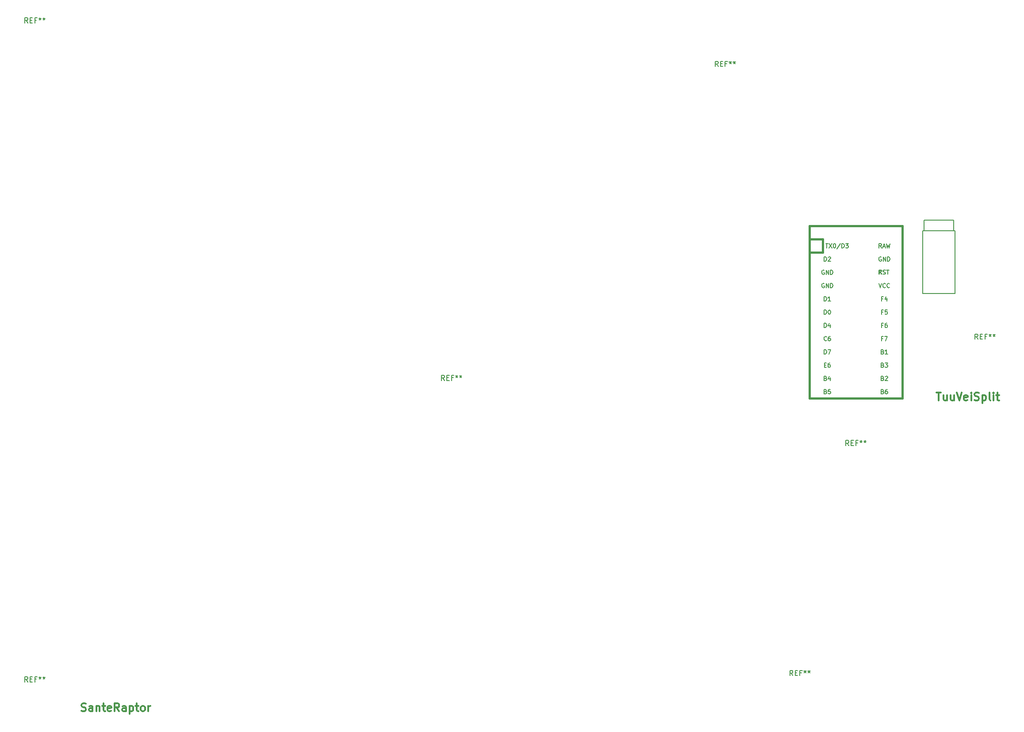
<source format=gbr>
%TF.GenerationSoftware,KiCad,Pcbnew,(5.1.4)-1*%
%TF.CreationDate,2021-04-07T12:38:03+03:00*%
%TF.ProjectId,SplitH,53706c69-7448-42e6-9b69-6361645f7063,rev?*%
%TF.SameCoordinates,Original*%
%TF.FileFunction,Legend,Top*%
%TF.FilePolarity,Positive*%
%FSLAX46Y46*%
G04 Gerber Fmt 4.6, Leading zero omitted, Abs format (unit mm)*
G04 Created by KiCad (PCBNEW (5.1.4)-1) date 2021-04-07 12:38:03*
%MOMM*%
%LPD*%
G04 APERTURE LIST*
%ADD10C,0.300000*%
%ADD11C,0.381000*%
%ADD12C,0.150000*%
G04 APERTURE END LIST*
D10*
X189263320Y-83713301D02*
X190120462Y-83713301D01*
X189691891Y-85213301D02*
X189691891Y-83713301D01*
X191263320Y-84213301D02*
X191263320Y-85213301D01*
X190620462Y-84213301D02*
X190620462Y-84999015D01*
X190691891Y-85141872D01*
X190834748Y-85213301D01*
X191049034Y-85213301D01*
X191191891Y-85141872D01*
X191263320Y-85070444D01*
X192620462Y-84213301D02*
X192620462Y-85213301D01*
X191977605Y-84213301D02*
X191977605Y-84999015D01*
X192049034Y-85141872D01*
X192191891Y-85213301D01*
X192406177Y-85213301D01*
X192549034Y-85141872D01*
X192620462Y-85070444D01*
X193120462Y-83713301D02*
X193620462Y-85213301D01*
X194120462Y-83713301D01*
X195191891Y-85141872D02*
X195049034Y-85213301D01*
X194763320Y-85213301D01*
X194620462Y-85141872D01*
X194549034Y-84999015D01*
X194549034Y-84427587D01*
X194620462Y-84284730D01*
X194763320Y-84213301D01*
X195049034Y-84213301D01*
X195191891Y-84284730D01*
X195263320Y-84427587D01*
X195263320Y-84570444D01*
X194549034Y-84713301D01*
X195906177Y-85213301D02*
X195906177Y-84213301D01*
X195906177Y-83713301D02*
X195834748Y-83784730D01*
X195906177Y-83856158D01*
X195977605Y-83784730D01*
X195906177Y-83713301D01*
X195906177Y-83856158D01*
X196549034Y-85141872D02*
X196763320Y-85213301D01*
X197120462Y-85213301D01*
X197263320Y-85141872D01*
X197334748Y-85070444D01*
X197406177Y-84927587D01*
X197406177Y-84784730D01*
X197334748Y-84641872D01*
X197263320Y-84570444D01*
X197120462Y-84499015D01*
X196834748Y-84427587D01*
X196691891Y-84356158D01*
X196620462Y-84284730D01*
X196549034Y-84141872D01*
X196549034Y-83999015D01*
X196620462Y-83856158D01*
X196691891Y-83784730D01*
X196834748Y-83713301D01*
X197191891Y-83713301D01*
X197406177Y-83784730D01*
X198049034Y-84213301D02*
X198049034Y-85713301D01*
X198049034Y-84284730D02*
X198191891Y-84213301D01*
X198477605Y-84213301D01*
X198620462Y-84284730D01*
X198691891Y-84356158D01*
X198763320Y-84499015D01*
X198763320Y-84927587D01*
X198691891Y-85070444D01*
X198620462Y-85141872D01*
X198477605Y-85213301D01*
X198191891Y-85213301D01*
X198049034Y-85141872D01*
X199620462Y-85213301D02*
X199477605Y-85141872D01*
X199406177Y-84999015D01*
X199406177Y-83713301D01*
X200191891Y-85213301D02*
X200191891Y-84213301D01*
X200191891Y-83713301D02*
X200120462Y-83784730D01*
X200191891Y-83856158D01*
X200263320Y-83784730D01*
X200191891Y-83713301D01*
X200191891Y-83856158D01*
X200691891Y-84213301D02*
X201263320Y-84213301D01*
X200906177Y-83713301D02*
X200906177Y-84999015D01*
X200977605Y-85141872D01*
X201120462Y-85213301D01*
X201263320Y-85213301D01*
X25611295Y-144673372D02*
X25825581Y-144744801D01*
X26182724Y-144744801D01*
X26325581Y-144673372D01*
X26397010Y-144601944D01*
X26468438Y-144459087D01*
X26468438Y-144316230D01*
X26397010Y-144173372D01*
X26325581Y-144101944D01*
X26182724Y-144030515D01*
X25897010Y-143959087D01*
X25754152Y-143887658D01*
X25682724Y-143816230D01*
X25611295Y-143673372D01*
X25611295Y-143530515D01*
X25682724Y-143387658D01*
X25754152Y-143316230D01*
X25897010Y-143244801D01*
X26254152Y-143244801D01*
X26468438Y-143316230D01*
X27754152Y-144744801D02*
X27754152Y-143959087D01*
X27682724Y-143816230D01*
X27539867Y-143744801D01*
X27254152Y-143744801D01*
X27111295Y-143816230D01*
X27754152Y-144673372D02*
X27611295Y-144744801D01*
X27254152Y-144744801D01*
X27111295Y-144673372D01*
X27039867Y-144530515D01*
X27039867Y-144387658D01*
X27111295Y-144244801D01*
X27254152Y-144173372D01*
X27611295Y-144173372D01*
X27754152Y-144101944D01*
X28468438Y-143744801D02*
X28468438Y-144744801D01*
X28468438Y-143887658D02*
X28539867Y-143816230D01*
X28682724Y-143744801D01*
X28897010Y-143744801D01*
X29039867Y-143816230D01*
X29111295Y-143959087D01*
X29111295Y-144744801D01*
X29611295Y-143744801D02*
X30182724Y-143744801D01*
X29825581Y-143244801D02*
X29825581Y-144530515D01*
X29897010Y-144673372D01*
X30039867Y-144744801D01*
X30182724Y-144744801D01*
X31254152Y-144673372D02*
X31111295Y-144744801D01*
X30825581Y-144744801D01*
X30682724Y-144673372D01*
X30611295Y-144530515D01*
X30611295Y-143959087D01*
X30682724Y-143816230D01*
X30825581Y-143744801D01*
X31111295Y-143744801D01*
X31254152Y-143816230D01*
X31325581Y-143959087D01*
X31325581Y-144101944D01*
X30611295Y-144244801D01*
X32825581Y-144744801D02*
X32325581Y-144030515D01*
X31968438Y-144744801D02*
X31968438Y-143244801D01*
X32539867Y-143244801D01*
X32682724Y-143316230D01*
X32754152Y-143387658D01*
X32825581Y-143530515D01*
X32825581Y-143744801D01*
X32754152Y-143887658D01*
X32682724Y-143959087D01*
X32539867Y-144030515D01*
X31968438Y-144030515D01*
X34111295Y-144744801D02*
X34111295Y-143959087D01*
X34039867Y-143816230D01*
X33897010Y-143744801D01*
X33611295Y-143744801D01*
X33468438Y-143816230D01*
X34111295Y-144673372D02*
X33968438Y-144744801D01*
X33611295Y-144744801D01*
X33468438Y-144673372D01*
X33397010Y-144530515D01*
X33397010Y-144387658D01*
X33468438Y-144244801D01*
X33611295Y-144173372D01*
X33968438Y-144173372D01*
X34111295Y-144101944D01*
X34825581Y-143744801D02*
X34825581Y-145244801D01*
X34825581Y-143816230D02*
X34968438Y-143744801D01*
X35254152Y-143744801D01*
X35397010Y-143816230D01*
X35468438Y-143887658D01*
X35539867Y-144030515D01*
X35539867Y-144459087D01*
X35468438Y-144601944D01*
X35397010Y-144673372D01*
X35254152Y-144744801D01*
X34968438Y-144744801D01*
X34825581Y-144673372D01*
X35968438Y-143744801D02*
X36539867Y-143744801D01*
X36182724Y-143244801D02*
X36182724Y-144530515D01*
X36254152Y-144673372D01*
X36397010Y-144744801D01*
X36539867Y-144744801D01*
X37254152Y-144744801D02*
X37111295Y-144673372D01*
X37039867Y-144601944D01*
X36968438Y-144459087D01*
X36968438Y-144030515D01*
X37039867Y-143887658D01*
X37111295Y-143816230D01*
X37254152Y-143744801D01*
X37468438Y-143744801D01*
X37611295Y-143816230D01*
X37682724Y-143887658D01*
X37754152Y-144030515D01*
X37754152Y-144459087D01*
X37682724Y-144601944D01*
X37611295Y-144673372D01*
X37468438Y-144744801D01*
X37254152Y-144744801D01*
X38397010Y-144744801D02*
X38397010Y-143744801D01*
X38397010Y-144030515D02*
X38468438Y-143887658D01*
X38539867Y-143816230D01*
X38682724Y-143744801D01*
X38825581Y-143744801D01*
D11*
%TO.C,J1*%
X167481980Y-54356000D02*
X164941980Y-54356000D01*
X164941980Y-51816000D02*
X164941980Y-54356000D01*
X182721980Y-51816000D02*
X164941980Y-51816000D01*
X182721980Y-54356000D02*
X182721980Y-51816000D01*
D12*
G36*
X178763548Y-60835360D02*
G01*
X178763548Y-61035360D01*
X178663548Y-61035360D01*
X178663548Y-60835360D01*
X178763548Y-60835360D01*
G37*
X178763548Y-60835360D02*
X178763548Y-61035360D01*
X178663548Y-61035360D01*
X178663548Y-60835360D01*
X178763548Y-60835360D01*
G36*
X178363548Y-60235360D02*
G01*
X178363548Y-61035360D01*
X178263548Y-61035360D01*
X178263548Y-60235360D01*
X178363548Y-60235360D01*
G37*
X178363548Y-60235360D02*
X178363548Y-61035360D01*
X178263548Y-61035360D01*
X178263548Y-60235360D01*
X178363548Y-60235360D01*
G36*
X178763548Y-60235360D02*
G01*
X178763548Y-60335360D01*
X178263548Y-60335360D01*
X178263548Y-60235360D01*
X178763548Y-60235360D01*
G37*
X178763548Y-60235360D02*
X178763548Y-60335360D01*
X178263548Y-60335360D01*
X178263548Y-60235360D01*
X178763548Y-60235360D01*
G36*
X178563548Y-60635360D02*
G01*
X178563548Y-60735360D01*
X178463548Y-60735360D01*
X178463548Y-60635360D01*
X178563548Y-60635360D01*
G37*
X178563548Y-60635360D02*
X178563548Y-60735360D01*
X178463548Y-60735360D01*
X178463548Y-60635360D01*
X178563548Y-60635360D01*
G36*
X178763548Y-60235360D02*
G01*
X178763548Y-60535360D01*
X178663548Y-60535360D01*
X178663548Y-60235360D01*
X178763548Y-60235360D01*
G37*
X178763548Y-60235360D02*
X178763548Y-60535360D01*
X178663548Y-60535360D01*
X178663548Y-60235360D01*
X178763548Y-60235360D01*
D11*
X167481980Y-56896000D02*
X164941980Y-56896000D01*
X167481980Y-54356000D02*
X167481980Y-56896000D01*
X182721980Y-84836000D02*
X182721980Y-54356000D01*
X164941980Y-84836000D02*
X182721980Y-84836000D01*
X164941980Y-54356000D02*
X164941980Y-84836000D01*
D12*
%TO.C,J2*%
X192774000Y-52680000D02*
X186674000Y-52680000D01*
X192774000Y-64780000D02*
X186674000Y-64780000D01*
X192774000Y-52680000D02*
X192774000Y-64780000D01*
X186674000Y-52680000D02*
X186674000Y-64780000D01*
X192524000Y-52680000D02*
X192524000Y-50680000D01*
X186924000Y-52680000D02*
X186924000Y-50680000D01*
X192524000Y-50680000D02*
X186924000Y-50680000D01*
%TO.C,J1*%
X168069631Y-55187904D02*
X168526774Y-55187904D01*
X168298203Y-55987904D02*
X168298203Y-55187904D01*
X168717250Y-55187904D02*
X169250584Y-55987904D01*
X169250584Y-55187904D02*
X168717250Y-55987904D01*
X169707727Y-55187904D02*
X169783917Y-55187904D01*
X169860108Y-55226000D01*
X169898203Y-55264095D01*
X169936298Y-55340285D01*
X169974393Y-55492666D01*
X169974393Y-55683142D01*
X169936298Y-55835523D01*
X169898203Y-55911714D01*
X169860108Y-55949809D01*
X169783917Y-55987904D01*
X169707727Y-55987904D01*
X169631536Y-55949809D01*
X169593441Y-55911714D01*
X169555346Y-55835523D01*
X169517250Y-55683142D01*
X169517250Y-55492666D01*
X169555346Y-55340285D01*
X169593441Y-55264095D01*
X169631536Y-55226000D01*
X169707727Y-55187904D01*
X170888679Y-55149809D02*
X170202965Y-56178380D01*
X171155346Y-55987904D02*
X171155346Y-55187904D01*
X171345822Y-55187904D01*
X171460108Y-55226000D01*
X171536298Y-55302190D01*
X171574393Y-55378380D01*
X171612488Y-55530761D01*
X171612488Y-55645047D01*
X171574393Y-55797428D01*
X171536298Y-55873619D01*
X171460108Y-55949809D01*
X171345822Y-55987904D01*
X171155346Y-55987904D01*
X171879155Y-55187904D02*
X172374393Y-55187904D01*
X172107727Y-55492666D01*
X172222012Y-55492666D01*
X172298203Y-55530761D01*
X172336298Y-55568857D01*
X172374393Y-55645047D01*
X172374393Y-55835523D01*
X172336298Y-55911714D01*
X172298203Y-55949809D01*
X172222012Y-55987904D01*
X171993441Y-55987904D01*
X171917250Y-55949809D01*
X171879155Y-55911714D01*
X167780503Y-58527904D02*
X167780503Y-57727904D01*
X167970980Y-57727904D01*
X168085265Y-57766000D01*
X168161456Y-57842190D01*
X168199551Y-57918380D01*
X168237646Y-58070761D01*
X168237646Y-58185047D01*
X168199551Y-58337428D01*
X168161456Y-58413619D01*
X168085265Y-58489809D01*
X167970980Y-58527904D01*
X167780503Y-58527904D01*
X168542408Y-57804095D02*
X168580503Y-57766000D01*
X168656694Y-57727904D01*
X168847170Y-57727904D01*
X168923360Y-57766000D01*
X168961456Y-57804095D01*
X168999551Y-57880285D01*
X168999551Y-57956476D01*
X168961456Y-58070761D01*
X168504313Y-58527904D01*
X168999551Y-58527904D01*
X167780503Y-68687904D02*
X167780503Y-67887904D01*
X167970980Y-67887904D01*
X168085265Y-67926000D01*
X168161456Y-68002190D01*
X168199551Y-68078380D01*
X168237646Y-68230761D01*
X168237646Y-68345047D01*
X168199551Y-68497428D01*
X168161456Y-68573619D01*
X168085265Y-68649809D01*
X167970980Y-68687904D01*
X167780503Y-68687904D01*
X168732884Y-67887904D02*
X168809075Y-67887904D01*
X168885265Y-67926000D01*
X168923360Y-67964095D01*
X168961456Y-68040285D01*
X168999551Y-68192666D01*
X168999551Y-68383142D01*
X168961456Y-68535523D01*
X168923360Y-68611714D01*
X168885265Y-68649809D01*
X168809075Y-68687904D01*
X168732884Y-68687904D01*
X168656694Y-68649809D01*
X168618599Y-68611714D01*
X168580503Y-68535523D01*
X168542408Y-68383142D01*
X168542408Y-68192666D01*
X168580503Y-68040285D01*
X168618599Y-67964095D01*
X168656694Y-67926000D01*
X168732884Y-67887904D01*
X167780503Y-66147904D02*
X167780503Y-65347904D01*
X167970980Y-65347904D01*
X168085265Y-65386000D01*
X168161456Y-65462190D01*
X168199551Y-65538380D01*
X168237646Y-65690761D01*
X168237646Y-65805047D01*
X168199551Y-65957428D01*
X168161456Y-66033619D01*
X168085265Y-66109809D01*
X167970980Y-66147904D01*
X167780503Y-66147904D01*
X168999551Y-66147904D02*
X168542408Y-66147904D01*
X168770980Y-66147904D02*
X168770980Y-65347904D01*
X168694789Y-65462190D01*
X168618599Y-65538380D01*
X168542408Y-65576476D01*
X167761456Y-62846000D02*
X167685265Y-62807904D01*
X167570980Y-62807904D01*
X167456694Y-62846000D01*
X167380503Y-62922190D01*
X167342408Y-62998380D01*
X167304313Y-63150761D01*
X167304313Y-63265047D01*
X167342408Y-63417428D01*
X167380503Y-63493619D01*
X167456694Y-63569809D01*
X167570980Y-63607904D01*
X167647170Y-63607904D01*
X167761456Y-63569809D01*
X167799551Y-63531714D01*
X167799551Y-63265047D01*
X167647170Y-63265047D01*
X168142408Y-63607904D02*
X168142408Y-62807904D01*
X168599551Y-63607904D01*
X168599551Y-62807904D01*
X168980503Y-63607904D02*
X168980503Y-62807904D01*
X169170980Y-62807904D01*
X169285265Y-62846000D01*
X169361456Y-62922190D01*
X169399551Y-62998380D01*
X169437646Y-63150761D01*
X169437646Y-63265047D01*
X169399551Y-63417428D01*
X169361456Y-63493619D01*
X169285265Y-63569809D01*
X169170980Y-63607904D01*
X168980503Y-63607904D01*
X167761456Y-60306000D02*
X167685265Y-60267904D01*
X167570980Y-60267904D01*
X167456694Y-60306000D01*
X167380503Y-60382190D01*
X167342408Y-60458380D01*
X167304313Y-60610761D01*
X167304313Y-60725047D01*
X167342408Y-60877428D01*
X167380503Y-60953619D01*
X167456694Y-61029809D01*
X167570980Y-61067904D01*
X167647170Y-61067904D01*
X167761456Y-61029809D01*
X167799551Y-60991714D01*
X167799551Y-60725047D01*
X167647170Y-60725047D01*
X168142408Y-61067904D02*
X168142408Y-60267904D01*
X168599551Y-61067904D01*
X168599551Y-60267904D01*
X168980503Y-61067904D02*
X168980503Y-60267904D01*
X169170980Y-60267904D01*
X169285265Y-60306000D01*
X169361456Y-60382190D01*
X169399551Y-60458380D01*
X169437646Y-60610761D01*
X169437646Y-60725047D01*
X169399551Y-60877428D01*
X169361456Y-60953619D01*
X169285265Y-61029809D01*
X169170980Y-61067904D01*
X168980503Y-61067904D01*
X167780503Y-71227904D02*
X167780503Y-70427904D01*
X167970980Y-70427904D01*
X168085265Y-70466000D01*
X168161456Y-70542190D01*
X168199551Y-70618380D01*
X168237646Y-70770761D01*
X168237646Y-70885047D01*
X168199551Y-71037428D01*
X168161456Y-71113619D01*
X168085265Y-71189809D01*
X167970980Y-71227904D01*
X167780503Y-71227904D01*
X168923360Y-70694571D02*
X168923360Y-71227904D01*
X168732884Y-70389809D02*
X168542408Y-70961238D01*
X169037646Y-70961238D01*
X168237646Y-73691714D02*
X168199551Y-73729809D01*
X168085265Y-73767904D01*
X168009075Y-73767904D01*
X167894789Y-73729809D01*
X167818599Y-73653619D01*
X167780503Y-73577428D01*
X167742408Y-73425047D01*
X167742408Y-73310761D01*
X167780503Y-73158380D01*
X167818599Y-73082190D01*
X167894789Y-73006000D01*
X168009075Y-72967904D01*
X168085265Y-72967904D01*
X168199551Y-73006000D01*
X168237646Y-73044095D01*
X168923360Y-72967904D02*
X168770980Y-72967904D01*
X168694789Y-73006000D01*
X168656694Y-73044095D01*
X168580503Y-73158380D01*
X168542408Y-73310761D01*
X168542408Y-73615523D01*
X168580503Y-73691714D01*
X168618599Y-73729809D01*
X168694789Y-73767904D01*
X168847170Y-73767904D01*
X168923360Y-73729809D01*
X168961456Y-73691714D01*
X168999551Y-73615523D01*
X168999551Y-73425047D01*
X168961456Y-73348857D01*
X168923360Y-73310761D01*
X168847170Y-73272666D01*
X168694789Y-73272666D01*
X168618599Y-73310761D01*
X168580503Y-73348857D01*
X168542408Y-73425047D01*
X167780503Y-76307904D02*
X167780503Y-75507904D01*
X167970980Y-75507904D01*
X168085265Y-75546000D01*
X168161456Y-75622190D01*
X168199551Y-75698380D01*
X168237646Y-75850761D01*
X168237646Y-75965047D01*
X168199551Y-76117428D01*
X168161456Y-76193619D01*
X168085265Y-76269809D01*
X167970980Y-76307904D01*
X167780503Y-76307904D01*
X168504313Y-75507904D02*
X169037646Y-75507904D01*
X168694789Y-76307904D01*
X167818599Y-78428857D02*
X168085265Y-78428857D01*
X168199551Y-78847904D02*
X167818599Y-78847904D01*
X167818599Y-78047904D01*
X168199551Y-78047904D01*
X168885265Y-78047904D02*
X168732884Y-78047904D01*
X168656694Y-78086000D01*
X168618599Y-78124095D01*
X168542408Y-78238380D01*
X168504313Y-78390761D01*
X168504313Y-78695523D01*
X168542408Y-78771714D01*
X168580503Y-78809809D01*
X168656694Y-78847904D01*
X168809075Y-78847904D01*
X168885265Y-78809809D01*
X168923360Y-78771714D01*
X168961456Y-78695523D01*
X168961456Y-78505047D01*
X168923360Y-78428857D01*
X168885265Y-78390761D01*
X168809075Y-78352666D01*
X168656694Y-78352666D01*
X168580503Y-78390761D01*
X168542408Y-78428857D01*
X168504313Y-78505047D01*
X168047170Y-80968857D02*
X168161456Y-81006952D01*
X168199551Y-81045047D01*
X168237646Y-81121238D01*
X168237646Y-81235523D01*
X168199551Y-81311714D01*
X168161456Y-81349809D01*
X168085265Y-81387904D01*
X167780503Y-81387904D01*
X167780503Y-80587904D01*
X168047170Y-80587904D01*
X168123360Y-80626000D01*
X168161456Y-80664095D01*
X168199551Y-80740285D01*
X168199551Y-80816476D01*
X168161456Y-80892666D01*
X168123360Y-80930761D01*
X168047170Y-80968857D01*
X167780503Y-80968857D01*
X168923360Y-80854571D02*
X168923360Y-81387904D01*
X168732884Y-80549809D02*
X168542408Y-81121238D01*
X169037646Y-81121238D01*
X168047170Y-83508857D02*
X168161456Y-83546952D01*
X168199551Y-83585047D01*
X168237646Y-83661238D01*
X168237646Y-83775523D01*
X168199551Y-83851714D01*
X168161456Y-83889809D01*
X168085265Y-83927904D01*
X167780503Y-83927904D01*
X167780503Y-83127904D01*
X168047170Y-83127904D01*
X168123360Y-83166000D01*
X168161456Y-83204095D01*
X168199551Y-83280285D01*
X168199551Y-83356476D01*
X168161456Y-83432666D01*
X168123360Y-83470761D01*
X168047170Y-83508857D01*
X167780503Y-83508857D01*
X168961456Y-83127904D02*
X168580503Y-83127904D01*
X168542408Y-83508857D01*
X168580503Y-83470761D01*
X168656694Y-83432666D01*
X168847170Y-83432666D01*
X168923360Y-83470761D01*
X168961456Y-83508857D01*
X168999551Y-83585047D01*
X168999551Y-83775523D01*
X168961456Y-83851714D01*
X168923360Y-83889809D01*
X168847170Y-83927904D01*
X168656694Y-83927904D01*
X168580503Y-83889809D01*
X168542408Y-83851714D01*
X178969170Y-83508857D02*
X179083456Y-83546952D01*
X179121551Y-83585047D01*
X179159646Y-83661238D01*
X179159646Y-83775523D01*
X179121551Y-83851714D01*
X179083456Y-83889809D01*
X179007265Y-83927904D01*
X178702503Y-83927904D01*
X178702503Y-83127904D01*
X178969170Y-83127904D01*
X179045360Y-83166000D01*
X179083456Y-83204095D01*
X179121551Y-83280285D01*
X179121551Y-83356476D01*
X179083456Y-83432666D01*
X179045360Y-83470761D01*
X178969170Y-83508857D01*
X178702503Y-83508857D01*
X179845360Y-83127904D02*
X179692980Y-83127904D01*
X179616789Y-83166000D01*
X179578694Y-83204095D01*
X179502503Y-83318380D01*
X179464408Y-83470761D01*
X179464408Y-83775523D01*
X179502503Y-83851714D01*
X179540599Y-83889809D01*
X179616789Y-83927904D01*
X179769170Y-83927904D01*
X179845360Y-83889809D01*
X179883456Y-83851714D01*
X179921551Y-83775523D01*
X179921551Y-83585047D01*
X179883456Y-83508857D01*
X179845360Y-83470761D01*
X179769170Y-83432666D01*
X179616789Y-83432666D01*
X179540599Y-83470761D01*
X179502503Y-83508857D01*
X179464408Y-83585047D01*
X178969170Y-78428857D02*
X179083456Y-78466952D01*
X179121551Y-78505047D01*
X179159646Y-78581238D01*
X179159646Y-78695523D01*
X179121551Y-78771714D01*
X179083456Y-78809809D01*
X179007265Y-78847904D01*
X178702503Y-78847904D01*
X178702503Y-78047904D01*
X178969170Y-78047904D01*
X179045360Y-78086000D01*
X179083456Y-78124095D01*
X179121551Y-78200285D01*
X179121551Y-78276476D01*
X179083456Y-78352666D01*
X179045360Y-78390761D01*
X178969170Y-78428857D01*
X178702503Y-78428857D01*
X179426313Y-78047904D02*
X179921551Y-78047904D01*
X179654884Y-78352666D01*
X179769170Y-78352666D01*
X179845360Y-78390761D01*
X179883456Y-78428857D01*
X179921551Y-78505047D01*
X179921551Y-78695523D01*
X179883456Y-78771714D01*
X179845360Y-78809809D01*
X179769170Y-78847904D01*
X179540599Y-78847904D01*
X179464408Y-78809809D01*
X179426313Y-78771714D01*
X178969170Y-75888857D02*
X179083456Y-75926952D01*
X179121551Y-75965047D01*
X179159646Y-76041238D01*
X179159646Y-76155523D01*
X179121551Y-76231714D01*
X179083456Y-76269809D01*
X179007265Y-76307904D01*
X178702503Y-76307904D01*
X178702503Y-75507904D01*
X178969170Y-75507904D01*
X179045360Y-75546000D01*
X179083456Y-75584095D01*
X179121551Y-75660285D01*
X179121551Y-75736476D01*
X179083456Y-75812666D01*
X179045360Y-75850761D01*
X178969170Y-75888857D01*
X178702503Y-75888857D01*
X179921551Y-76307904D02*
X179464408Y-76307904D01*
X179692980Y-76307904D02*
X179692980Y-75507904D01*
X179616789Y-75622190D01*
X179540599Y-75698380D01*
X179464408Y-75736476D01*
X179026313Y-65728857D02*
X178759646Y-65728857D01*
X178759646Y-66147904D02*
X178759646Y-65347904D01*
X179140599Y-65347904D01*
X179788218Y-65614571D02*
X179788218Y-66147904D01*
X179597741Y-65309809D02*
X179407265Y-65881238D01*
X179902503Y-65881238D01*
X178226313Y-62807904D02*
X178492980Y-63607904D01*
X178759646Y-62807904D01*
X179483456Y-63531714D02*
X179445360Y-63569809D01*
X179331075Y-63607904D01*
X179254884Y-63607904D01*
X179140599Y-63569809D01*
X179064408Y-63493619D01*
X179026313Y-63417428D01*
X178988218Y-63265047D01*
X178988218Y-63150761D01*
X179026313Y-62998380D01*
X179064408Y-62922190D01*
X179140599Y-62846000D01*
X179254884Y-62807904D01*
X179331075Y-62807904D01*
X179445360Y-62846000D01*
X179483456Y-62884095D01*
X180283456Y-63531714D02*
X180245360Y-63569809D01*
X180131075Y-63607904D01*
X180054884Y-63607904D01*
X179940599Y-63569809D01*
X179864408Y-63493619D01*
X179826313Y-63417428D01*
X179788218Y-63265047D01*
X179788218Y-63150761D01*
X179826313Y-62998380D01*
X179864408Y-62922190D01*
X179940599Y-62846000D01*
X180054884Y-62807904D01*
X180131075Y-62807904D01*
X180245360Y-62846000D01*
X180283456Y-62884095D01*
X179031766Y-60999809D02*
X179146052Y-61037904D01*
X179336528Y-61037904D01*
X179412719Y-60999809D01*
X179450814Y-60961714D01*
X179488909Y-60885523D01*
X179488909Y-60809333D01*
X179450814Y-60733142D01*
X179412719Y-60695047D01*
X179336528Y-60656952D01*
X179184147Y-60618857D01*
X179107957Y-60580761D01*
X179069861Y-60542666D01*
X179031766Y-60466476D01*
X179031766Y-60390285D01*
X179069861Y-60314095D01*
X179107957Y-60276000D01*
X179184147Y-60237904D01*
X179374623Y-60237904D01*
X179488909Y-60276000D01*
X179717480Y-60237904D02*
X180174623Y-60237904D01*
X179946052Y-61037904D02*
X179946052Y-60237904D01*
X178683456Y-57766000D02*
X178607265Y-57727904D01*
X178492980Y-57727904D01*
X178378694Y-57766000D01*
X178302503Y-57842190D01*
X178264408Y-57918380D01*
X178226313Y-58070761D01*
X178226313Y-58185047D01*
X178264408Y-58337428D01*
X178302503Y-58413619D01*
X178378694Y-58489809D01*
X178492980Y-58527904D01*
X178569170Y-58527904D01*
X178683456Y-58489809D01*
X178721551Y-58451714D01*
X178721551Y-58185047D01*
X178569170Y-58185047D01*
X179064408Y-58527904D02*
X179064408Y-57727904D01*
X179521551Y-58527904D01*
X179521551Y-57727904D01*
X179902503Y-58527904D02*
X179902503Y-57727904D01*
X180092980Y-57727904D01*
X180207265Y-57766000D01*
X180283456Y-57842190D01*
X180321551Y-57918380D01*
X180359646Y-58070761D01*
X180359646Y-58185047D01*
X180321551Y-58337428D01*
X180283456Y-58413619D01*
X180207265Y-58489809D01*
X180092980Y-58527904D01*
X179902503Y-58527904D01*
X178740599Y-55987904D02*
X178473932Y-55606952D01*
X178283456Y-55987904D02*
X178283456Y-55187904D01*
X178588218Y-55187904D01*
X178664408Y-55226000D01*
X178702503Y-55264095D01*
X178740599Y-55340285D01*
X178740599Y-55454571D01*
X178702503Y-55530761D01*
X178664408Y-55568857D01*
X178588218Y-55606952D01*
X178283456Y-55606952D01*
X179045360Y-55759333D02*
X179426313Y-55759333D01*
X178969170Y-55987904D02*
X179235837Y-55187904D01*
X179502503Y-55987904D01*
X179692980Y-55187904D02*
X179883456Y-55987904D01*
X180035837Y-55416476D01*
X180188218Y-55987904D01*
X180378694Y-55187904D01*
X179026313Y-68268857D02*
X178759646Y-68268857D01*
X178759646Y-68687904D02*
X178759646Y-67887904D01*
X179140599Y-67887904D01*
X179826313Y-67887904D02*
X179445360Y-67887904D01*
X179407265Y-68268857D01*
X179445360Y-68230761D01*
X179521551Y-68192666D01*
X179712027Y-68192666D01*
X179788218Y-68230761D01*
X179826313Y-68268857D01*
X179864408Y-68345047D01*
X179864408Y-68535523D01*
X179826313Y-68611714D01*
X179788218Y-68649809D01*
X179712027Y-68687904D01*
X179521551Y-68687904D01*
X179445360Y-68649809D01*
X179407265Y-68611714D01*
X179026313Y-70808857D02*
X178759646Y-70808857D01*
X178759646Y-71227904D02*
X178759646Y-70427904D01*
X179140599Y-70427904D01*
X179788218Y-70427904D02*
X179635837Y-70427904D01*
X179559646Y-70466000D01*
X179521551Y-70504095D01*
X179445360Y-70618380D01*
X179407265Y-70770761D01*
X179407265Y-71075523D01*
X179445360Y-71151714D01*
X179483456Y-71189809D01*
X179559646Y-71227904D01*
X179712027Y-71227904D01*
X179788218Y-71189809D01*
X179826313Y-71151714D01*
X179864408Y-71075523D01*
X179864408Y-70885047D01*
X179826313Y-70808857D01*
X179788218Y-70770761D01*
X179712027Y-70732666D01*
X179559646Y-70732666D01*
X179483456Y-70770761D01*
X179445360Y-70808857D01*
X179407265Y-70885047D01*
X179026313Y-73348857D02*
X178759646Y-73348857D01*
X178759646Y-73767904D02*
X178759646Y-72967904D01*
X179140599Y-72967904D01*
X179369170Y-72967904D02*
X179902503Y-72967904D01*
X179559646Y-73767904D01*
X178969170Y-80968857D02*
X179083456Y-81006952D01*
X179121551Y-81045047D01*
X179159646Y-81121238D01*
X179159646Y-81235523D01*
X179121551Y-81311714D01*
X179083456Y-81349809D01*
X179007265Y-81387904D01*
X178702503Y-81387904D01*
X178702503Y-80587904D01*
X178969170Y-80587904D01*
X179045360Y-80626000D01*
X179083456Y-80664095D01*
X179121551Y-80740285D01*
X179121551Y-80816476D01*
X179083456Y-80892666D01*
X179045360Y-80930761D01*
X178969170Y-80968857D01*
X178702503Y-80968857D01*
X179464408Y-80664095D02*
X179502503Y-80626000D01*
X179578694Y-80587904D01*
X179769170Y-80587904D01*
X179845360Y-80626000D01*
X179883456Y-80664095D01*
X179921551Y-80740285D01*
X179921551Y-80816476D01*
X179883456Y-80930761D01*
X179426313Y-81387904D01*
X179921551Y-81387904D01*
%TO.C,REF\002A\002A*%
X95107696Y-81382440D02*
X94774363Y-80906250D01*
X94536268Y-81382440D02*
X94536268Y-80382440D01*
X94917220Y-80382440D01*
X95012458Y-80430060D01*
X95060077Y-80477679D01*
X95107696Y-80572917D01*
X95107696Y-80715774D01*
X95060077Y-80811012D01*
X95012458Y-80858631D01*
X94917220Y-80906250D01*
X94536268Y-80906250D01*
X95536268Y-80858631D02*
X95869601Y-80858631D01*
X96012458Y-81382440D02*
X95536268Y-81382440D01*
X95536268Y-80382440D01*
X96012458Y-80382440D01*
X96774363Y-80858631D02*
X96441030Y-80858631D01*
X96441030Y-81382440D02*
X96441030Y-80382440D01*
X96917220Y-80382440D01*
X97441030Y-80382440D02*
X97441030Y-80620536D01*
X97202934Y-80525298D02*
X97441030Y-80620536D01*
X97679125Y-80525298D01*
X97298172Y-80811012D02*
X97441030Y-80620536D01*
X97583887Y-80811012D01*
X98202934Y-80382440D02*
X98202934Y-80620536D01*
X97964839Y-80525298D02*
X98202934Y-80620536D01*
X98441030Y-80525298D01*
X98060077Y-80811012D02*
X98202934Y-80620536D01*
X98345791Y-80811012D01*
X172498646Y-93884040D02*
X172165313Y-93407850D01*
X171927218Y-93884040D02*
X171927218Y-92884040D01*
X172308170Y-92884040D01*
X172403408Y-92931660D01*
X172451027Y-92979279D01*
X172498646Y-93074517D01*
X172498646Y-93217374D01*
X172451027Y-93312612D01*
X172403408Y-93360231D01*
X172308170Y-93407850D01*
X171927218Y-93407850D01*
X172927218Y-93360231D02*
X173260551Y-93360231D01*
X173403408Y-93884040D02*
X172927218Y-93884040D01*
X172927218Y-92884040D01*
X173403408Y-92884040D01*
X174165313Y-93360231D02*
X173831980Y-93360231D01*
X173831980Y-93884040D02*
X173831980Y-92884040D01*
X174308170Y-92884040D01*
X174831980Y-92884040D02*
X174831980Y-93122136D01*
X174593884Y-93026898D02*
X174831980Y-93122136D01*
X175070075Y-93026898D01*
X174689122Y-93312612D02*
X174831980Y-93122136D01*
X174974837Y-93312612D01*
X175593884Y-92884040D02*
X175593884Y-93122136D01*
X175355789Y-93026898D02*
X175593884Y-93122136D01*
X175831980Y-93026898D01*
X175451027Y-93312612D02*
X175593884Y-93122136D01*
X175736741Y-93312612D01*
X147495416Y-21255610D02*
X147162083Y-20779420D01*
X146923988Y-21255610D02*
X146923988Y-20255610D01*
X147304940Y-20255610D01*
X147400178Y-20303230D01*
X147447797Y-20350849D01*
X147495416Y-20446087D01*
X147495416Y-20588944D01*
X147447797Y-20684182D01*
X147400178Y-20731801D01*
X147304940Y-20779420D01*
X146923988Y-20779420D01*
X147923988Y-20731801D02*
X148257321Y-20731801D01*
X148400178Y-21255610D02*
X147923988Y-21255610D01*
X147923988Y-20255610D01*
X148400178Y-20255610D01*
X149162083Y-20731801D02*
X148828750Y-20731801D01*
X148828750Y-21255610D02*
X148828750Y-20255610D01*
X149304940Y-20255610D01*
X149828750Y-20255610D02*
X149828750Y-20493706D01*
X149590654Y-20398468D02*
X149828750Y-20493706D01*
X150066845Y-20398468D01*
X149685892Y-20684182D02*
X149828750Y-20493706D01*
X149971607Y-20684182D01*
X150590654Y-20255610D02*
X150590654Y-20493706D01*
X150352559Y-20398468D02*
X150590654Y-20493706D01*
X150828750Y-20398468D01*
X150447797Y-20684182D02*
X150590654Y-20493706D01*
X150733511Y-20684182D01*
X15335486Y-139127980D02*
X15002153Y-138651790D01*
X14764058Y-139127980D02*
X14764058Y-138127980D01*
X15145010Y-138127980D01*
X15240248Y-138175600D01*
X15287867Y-138223219D01*
X15335486Y-138318457D01*
X15335486Y-138461314D01*
X15287867Y-138556552D01*
X15240248Y-138604171D01*
X15145010Y-138651790D01*
X14764058Y-138651790D01*
X15764058Y-138604171D02*
X16097391Y-138604171D01*
X16240248Y-139127980D02*
X15764058Y-139127980D01*
X15764058Y-138127980D01*
X16240248Y-138127980D01*
X17002153Y-138604171D02*
X16668820Y-138604171D01*
X16668820Y-139127980D02*
X16668820Y-138127980D01*
X17145010Y-138127980D01*
X17668820Y-138127980D02*
X17668820Y-138366076D01*
X17430724Y-138270838D02*
X17668820Y-138366076D01*
X17906915Y-138270838D01*
X17525962Y-138556552D02*
X17668820Y-138366076D01*
X17811677Y-138556552D01*
X18430724Y-138127980D02*
X18430724Y-138366076D01*
X18192629Y-138270838D02*
X18430724Y-138366076D01*
X18668820Y-138270838D01*
X18287867Y-138556552D02*
X18430724Y-138366076D01*
X18573581Y-138556552D01*
X15335486Y-12921200D02*
X15002153Y-12445010D01*
X14764058Y-12921200D02*
X14764058Y-11921200D01*
X15145010Y-11921200D01*
X15240248Y-11968820D01*
X15287867Y-12016439D01*
X15335486Y-12111677D01*
X15335486Y-12254534D01*
X15287867Y-12349772D01*
X15240248Y-12397391D01*
X15145010Y-12445010D01*
X14764058Y-12445010D01*
X15764058Y-12397391D02*
X16097391Y-12397391D01*
X16240248Y-12921200D02*
X15764058Y-12921200D01*
X15764058Y-11921200D01*
X16240248Y-11921200D01*
X17002153Y-12397391D02*
X16668820Y-12397391D01*
X16668820Y-12921200D02*
X16668820Y-11921200D01*
X17145010Y-11921200D01*
X17668820Y-11921200D02*
X17668820Y-12159296D01*
X17430724Y-12064058D02*
X17668820Y-12159296D01*
X17906915Y-12064058D01*
X17525962Y-12349772D02*
X17668820Y-12159296D01*
X17811677Y-12349772D01*
X18430724Y-11921200D02*
X18430724Y-12159296D01*
X18192629Y-12064058D02*
X18430724Y-12159296D01*
X18668820Y-12064058D01*
X18287867Y-12349772D02*
X18430724Y-12159296D01*
X18573581Y-12349772D01*
X197199216Y-73492555D02*
X196865883Y-73016365D01*
X196627788Y-73492555D02*
X196627788Y-72492555D01*
X197008740Y-72492555D01*
X197103978Y-72540175D01*
X197151597Y-72587794D01*
X197199216Y-72683032D01*
X197199216Y-72825889D01*
X197151597Y-72921127D01*
X197103978Y-72968746D01*
X197008740Y-73016365D01*
X196627788Y-73016365D01*
X197627788Y-72968746D02*
X197961121Y-72968746D01*
X198103978Y-73492555D02*
X197627788Y-73492555D01*
X197627788Y-72492555D01*
X198103978Y-72492555D01*
X198865883Y-72968746D02*
X198532550Y-72968746D01*
X198532550Y-73492555D02*
X198532550Y-72492555D01*
X199008740Y-72492555D01*
X199532550Y-72492555D02*
X199532550Y-72730651D01*
X199294454Y-72635413D02*
X199532550Y-72730651D01*
X199770645Y-72635413D01*
X199389692Y-72921127D02*
X199532550Y-72730651D01*
X199675407Y-72921127D01*
X200294454Y-72492555D02*
X200294454Y-72730651D01*
X200056359Y-72635413D02*
X200294454Y-72730651D01*
X200532550Y-72635413D01*
X200151597Y-72921127D02*
X200294454Y-72730651D01*
X200437311Y-72921127D01*
X161782976Y-137937350D02*
X161449643Y-137461160D01*
X161211548Y-137937350D02*
X161211548Y-136937350D01*
X161592500Y-136937350D01*
X161687738Y-136984970D01*
X161735357Y-137032589D01*
X161782976Y-137127827D01*
X161782976Y-137270684D01*
X161735357Y-137365922D01*
X161687738Y-137413541D01*
X161592500Y-137461160D01*
X161211548Y-137461160D01*
X162211548Y-137413541D02*
X162544881Y-137413541D01*
X162687738Y-137937350D02*
X162211548Y-137937350D01*
X162211548Y-136937350D01*
X162687738Y-136937350D01*
X163449643Y-137413541D02*
X163116310Y-137413541D01*
X163116310Y-137937350D02*
X163116310Y-136937350D01*
X163592500Y-136937350D01*
X164116310Y-136937350D02*
X164116310Y-137175446D01*
X163878214Y-137080208D02*
X164116310Y-137175446D01*
X164354405Y-137080208D01*
X163973452Y-137365922D02*
X164116310Y-137175446D01*
X164259167Y-137365922D01*
X164878214Y-136937350D02*
X164878214Y-137175446D01*
X164640119Y-137080208D02*
X164878214Y-137175446D01*
X165116310Y-137080208D01*
X164735357Y-137365922D02*
X164878214Y-137175446D01*
X165021071Y-137365922D01*
%TD*%
M02*

</source>
